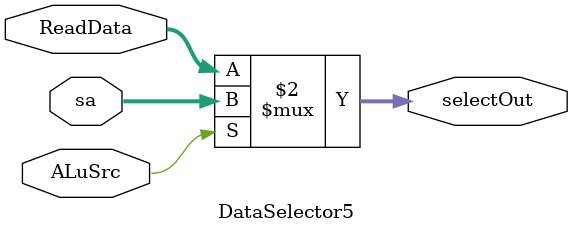
<source format=v>
`timescale 1ns / 1ps

//DataSelector5
module DataSelector5(input [4:0] ReadData,input [4:0] sa,input ALuSrc,output [4:0] selectOut);
assign selectOut = (ALuSrc == 0)? ReadData: sa;
endmodule 

</source>
